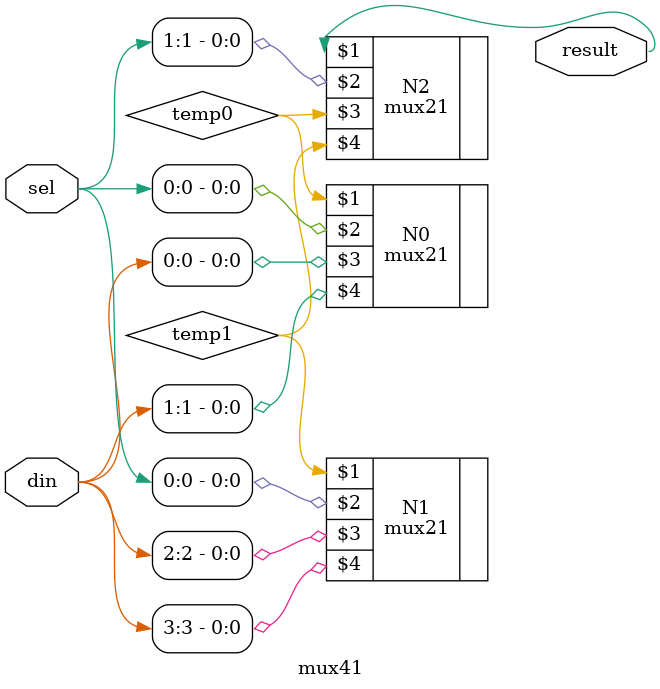
<source format=v>
`timescale 1ns / 1ps
module mux41(result,sel,din);
		input[1:0] sel;
		input[3:0] din;
		output result;
		
		wire temp0, temp1;
		
		mux21 N0(temp0, sel[0], din[0], din[1]);
		mux21 N1(temp1, sel[0], din[2], din[3]);
		mux21 N2(result, sel[1], temp0, temp1);


endmodule

</source>
